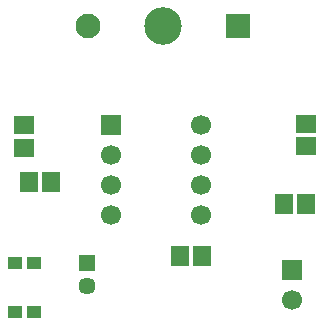
<source format=gbr>
G04 DipTrace 3.2.0.1*
G04 TopMask.gbr*
%MOMM*%
G04 #@! TF.FileFunction,Soldermask,Top*
G04 #@! TF.Part,Single*
%ADD29C,3.18*%
%ADD37R,1.2X1.1*%
%ADD39C,2.1*%
%ADD40C,1.7*%
%ADD41R,2.1X2.1*%
%ADD42R,1.7X1.7*%
%ADD45R,1.7X1.5*%
%ADD47R,1.5X1.7*%
%ADD49C,1.45*%
%ADD51R,1.45X1.45*%
%FSLAX35Y35*%
G04*
G71*
G90*
G75*
G01*
G04 TopMask*
%LPD*%
D51*
X-775936Y1046314D3*
D49*
Y846314D3*
D47*
X14601Y1105503D3*
X204601D3*
D45*
X-1302875Y2208701D3*
Y2018701D3*
D40*
X965069Y734163D3*
D42*
Y988163D3*
D41*
X508000Y3048000D3*
D39*
X-762000D3*
D29*
X-127000D3*
D45*
X1079500Y2222500D3*
Y2032500D3*
D47*
X-1074155Y1730987D3*
X-1264155D3*
X894214Y1538864D3*
X1084214D3*
D37*
X-1383115Y1040700D3*
Y630700D3*
X-1223115D3*
Y1040700D3*
D42*
X-571500Y2212288D3*
D40*
Y1958288D3*
Y1704288D3*
Y1450288D3*
X190500D3*
Y1704288D3*
Y1958288D3*
Y2212288D3*
M02*

</source>
